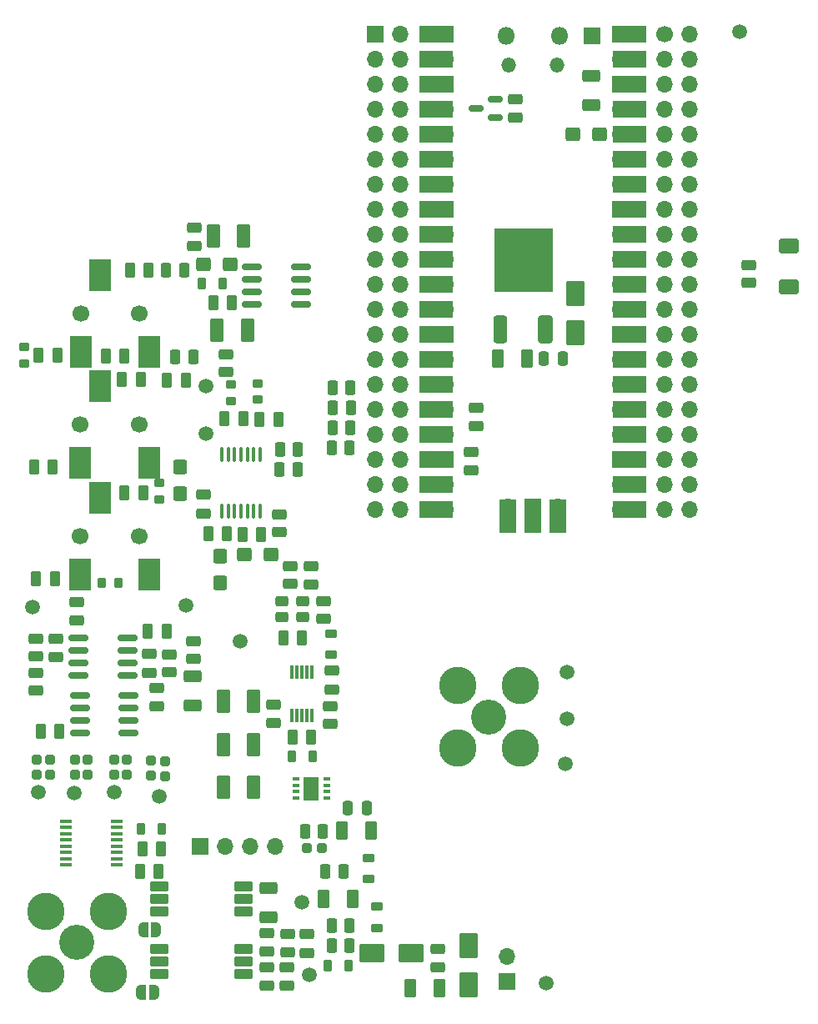
<source format=gbr>
%TF.GenerationSoftware,KiCad,Pcbnew,9.0.7-9.0.7~ubuntu24.04.1*%
%TF.CreationDate,2026-02-02T10:07:16-08:00*%
%TF.ProjectId,Frohne,46726f68-6e65-42e6-9b69-6361645f7063,rev?*%
%TF.SameCoordinates,Original*%
%TF.FileFunction,Soldermask,Top*%
%TF.FilePolarity,Negative*%
%FSLAX46Y46*%
G04 Gerber Fmt 4.6, Leading zero omitted, Abs format (unit mm)*
G04 Created by KiCad (PCBNEW 9.0.7-9.0.7~ubuntu24.04.1) date 2026-02-02 10:07:16*
%MOMM*%
%LPD*%
G01*
G04 APERTURE LIST*
G04 Aperture macros list*
%AMRoundRect*
0 Rectangle with rounded corners*
0 $1 Rounding radius*
0 $2 $3 $4 $5 $6 $7 $8 $9 X,Y pos of 4 corners*
0 Add a 4 corners polygon primitive as box body*
4,1,4,$2,$3,$4,$5,$6,$7,$8,$9,$2,$3,0*
0 Add four circle primitives for the rounded corners*
1,1,$1+$1,$2,$3*
1,1,$1+$1,$4,$5*
1,1,$1+$1,$6,$7*
1,1,$1+$1,$8,$9*
0 Add four rect primitives between the rounded corners*
20,1,$1+$1,$2,$3,$4,$5,0*
20,1,$1+$1,$4,$5,$6,$7,0*
20,1,$1+$1,$6,$7,$8,$9,0*
20,1,$1+$1,$8,$9,$2,$3,0*%
%AMFreePoly0*
4,1,23,0.500000,-0.750000,0.000000,-0.750000,0.000000,-0.745722,-0.065263,-0.745722,-0.191342,-0.711940,-0.304381,-0.646677,-0.396677,-0.554381,-0.461940,-0.441342,-0.495722,-0.315263,-0.495722,-0.250000,-0.500000,-0.250000,-0.500000,0.250000,-0.495722,0.250000,-0.495722,0.315263,-0.461940,0.441342,-0.396677,0.554381,-0.304381,0.646677,-0.191342,0.711940,-0.065263,0.745722,0.000000,0.745722,
0.000000,0.750000,0.500000,0.750000,0.500000,-0.750000,0.500000,-0.750000,$1*%
%AMFreePoly1*
4,1,23,0.000000,0.745722,0.065263,0.745722,0.191342,0.711940,0.304381,0.646677,0.396677,0.554381,0.461940,0.441342,0.495722,0.315263,0.495722,0.250000,0.500000,0.250000,0.500000,-0.250000,0.495722,-0.250000,0.495722,-0.315263,0.461940,-0.441342,0.396677,-0.554381,0.304381,-0.646677,0.191342,-0.711940,0.065263,-0.745722,0.000000,-0.745722,0.000000,-0.750000,-0.500000,-0.750000,
-0.500000,0.750000,0.000000,0.750000,0.000000,0.745722,0.000000,0.745722,$1*%
G04 Aperture macros list end*
%ADD10RoundRect,0.267317X0.470683X-0.280683X0.470683X0.280683X-0.470683X0.280683X-0.470683X-0.280683X0*%
%ADD11RoundRect,0.267317X0.280683X0.470683X-0.280683X0.470683X-0.280683X-0.470683X0.280683X-0.470683X0*%
%ADD12RoundRect,0.269000X0.269000X0.494000X-0.269000X0.494000X-0.269000X-0.494000X0.269000X-0.494000X0*%
%ADD13FreePoly0,0.000000*%
%ADD14FreePoly1,0.000000*%
%ADD15RoundRect,0.287778X0.714222X-0.489222X0.714222X0.489222X-0.714222X0.489222X-0.714222X-0.489222X0*%
%ADD16RoundRect,0.250000X0.425000X-1.150000X0.425000X1.150000X-0.425000X1.150000X-0.425000X-1.150000X0*%
%ADD17RoundRect,0.250000X0.500000X-1.150000X0.500000X1.150000X-0.500000X1.150000X-0.500000X-1.150000X0*%
%ADD18C,0.500000*%
%ADD19RoundRect,0.250000X2.750000X-3.000000X2.750000X3.000000X-2.750000X3.000000X-2.750000X-3.000000X0*%
%ADD20RoundRect,0.267317X-0.280683X-0.470683X0.280683X-0.470683X0.280683X0.470683X-0.280683X0.470683X0*%
%ADD21RoundRect,0.244000X0.269000X-0.244000X0.269000X0.244000X-0.269000X0.244000X-0.269000X-0.244000X0*%
%ADD22C,1.500000*%
%ADD23RoundRect,0.269000X-0.269000X-0.494000X0.269000X-0.494000X0.269000X0.494000X-0.269000X0.494000X0*%
%ADD24C,3.556000*%
%ADD25C,3.810000*%
%ADD26RoundRect,0.267317X-0.470683X0.280683X-0.470683X-0.280683X0.470683X-0.280683X0.470683X0.280683X0*%
%ADD27RoundRect,0.266521X0.346479X0.671479X-0.346479X0.671479X-0.346479X-0.671479X0.346479X-0.671479X0*%
%ADD28R,1.700000X1.700000*%
%ADD29O,1.700000X1.700000*%
%ADD30RoundRect,0.269000X0.494000X-0.269000X0.494000X0.269000X-0.494000X0.269000X-0.494000X-0.269000X0*%
%ADD31RoundRect,0.219000X0.294000X-0.219000X0.294000X0.219000X-0.294000X0.219000X-0.294000X-0.219000X0*%
%ADD32RoundRect,0.266521X0.671479X-0.346479X0.671479X0.346479X-0.671479X0.346479X-0.671479X-0.346479X0*%
%ADD33RoundRect,0.260556X-1.027444X-0.677444X1.027444X-0.677444X1.027444X0.677444X-1.027444X0.677444X0*%
%ADD34R,1.200000X0.400000*%
%ADD35RoundRect,0.219000X-0.219000X-0.294000X0.219000X-0.294000X0.219000X0.294000X-0.219000X0.294000X0*%
%ADD36RoundRect,0.250000X0.250000X0.475000X-0.250000X0.475000X-0.250000X-0.475000X0.250000X-0.475000X0*%
%ADD37C,1.700000*%
%ADD38RoundRect,0.269000X-0.494000X0.269000X-0.494000X-0.269000X0.494000X-0.269000X0.494000X0.269000X0*%
%ADD39RoundRect,0.260556X-0.677444X1.027444X-0.677444X-1.027444X0.677444X-1.027444X0.677444X1.027444X0*%
%ADD40RoundRect,0.244000X-0.244000X-0.269000X0.244000X-0.269000X0.244000X0.269000X-0.244000X0.269000X0*%
%ADD41RoundRect,0.263396X-0.434604X-0.949604X0.434604X-0.949604X0.434604X0.949604X-0.434604X0.949604X0*%
%ADD42RoundRect,0.264074X0.473926X0.448926X-0.473926X0.448926X-0.473926X-0.448926X0.473926X-0.448926X0*%
%ADD43RoundRect,0.266521X-0.346479X-0.671479X0.346479X-0.671479X0.346479X0.671479X-0.346479X0.671479X0*%
%ADD44RoundRect,0.150000X0.590000X0.150000X-0.590000X0.150000X-0.590000X-0.150000X0.590000X-0.150000X0*%
%ADD45RoundRect,0.263396X0.434604X0.949604X-0.434604X0.949604X-0.434604X-0.949604X0.434604X-0.949604X0*%
%ADD46R,0.300000X1.400000*%
%ADD47RoundRect,0.150000X0.825000X0.150000X-0.825000X0.150000X-0.825000X-0.150000X0.825000X-0.150000X0*%
%ADD48RoundRect,0.220000X0.220000X0.380000X-0.220000X0.380000X-0.220000X-0.380000X0.220000X-0.380000X0*%
%ADD49R,2.200000X3.200000*%
%ADD50RoundRect,0.266521X-0.671479X0.346479X-0.671479X-0.346479X0.671479X-0.346479X0.671479X0.346479X0*%
%ADD51O,1.800000X1.800000*%
%ADD52O,1.500000X1.500000*%
%ADD53R,3.500000X1.700000*%
%ADD54R,1.700000X3.500000*%
%ADD55RoundRect,0.219000X-0.294000X0.219000X-0.294000X-0.219000X0.294000X-0.219000X0.294000X0.219000X0*%
%ADD56RoundRect,0.264074X-0.448926X0.473926X-0.448926X-0.473926X0.448926X-0.473926X0.448926X0.473926X0*%
%ADD57RoundRect,0.100000X0.100000X-0.637500X0.100000X0.637500X-0.100000X0.637500X-0.100000X-0.637500X0*%
%ADD58RoundRect,0.220000X0.380000X-0.220000X0.380000X0.220000X-0.380000X0.220000X-0.380000X-0.220000X0*%
%ADD59RoundRect,0.264074X0.448926X-0.473926X0.448926X0.473926X-0.448926X0.473926X-0.448926X-0.473926X0*%
%ADD60R,0.650000X0.350000*%
%ADD61R,1.550000X2.400000*%
%ADD62RoundRect,0.220000X-0.380000X0.220000X-0.380000X-0.220000X0.380000X-0.220000X0.380000X0.220000X0*%
%ADD63RoundRect,0.102000X-0.835000X-0.380000X0.835000X-0.380000X0.835000X0.380000X-0.835000X0.380000X0*%
%ADD64RoundRect,0.260556X0.677444X-1.027444X0.677444X1.027444X-0.677444X1.027444X-0.677444X-1.027444X0*%
%ADD65RoundRect,0.250000X-0.400000X-0.300000X0.400000X-0.300000X0.400000X0.300000X-0.400000X0.300000X0*%
%ADD66RoundRect,0.264074X-0.473926X-0.448926X0.473926X-0.448926X0.473926X0.448926X-0.473926X0.448926X0*%
%ADD67RoundRect,0.150000X-0.825000X-0.150000X0.825000X-0.150000X0.825000X0.150000X-0.825000X0.150000X0*%
%ADD68RoundRect,0.220000X-0.220000X-0.380000X0.220000X-0.380000X0.220000X0.380000X-0.220000X0.380000X0*%
G04 APERTURE END LIST*
D10*
%TO.C,R1*%
X128370000Y-125790000D03*
X128370000Y-123970000D03*
%TD*%
D11*
%TO.C,R33*%
X118820000Y-65330000D03*
X117000000Y-65330000D03*
%TD*%
D10*
%TO.C,R9*%
X102800000Y-99260000D03*
X102800000Y-97440000D03*
%TD*%
%TO.C,R28*%
X151490000Y-41050000D03*
X151490000Y-39230000D03*
%TD*%
D12*
%TO.C,C29*%
X113710000Y-79130000D03*
X111810000Y-79130000D03*
%TD*%
D13*
%TO.C,JP1*%
X113520000Y-129860000D03*
D14*
X114820000Y-129860000D03*
%TD*%
D15*
%TO.C,S1*%
X179270000Y-58200000D03*
X179270000Y-54050000D03*
%TD*%
D16*
%TO.C,U6*%
X150020000Y-62530000D03*
D17*
X154600000Y-62530000D03*
D18*
X150310000Y-58050000D03*
X152310000Y-58050000D03*
X154310000Y-58050000D03*
X150310000Y-56050000D03*
X152310000Y-56050000D03*
X154310000Y-56050000D03*
D19*
X152330000Y-55570000D03*
D18*
X150310000Y-54050000D03*
X152310000Y-54050000D03*
X154310000Y-54050000D03*
%TD*%
D20*
%TO.C,R7*%
X132860000Y-123070000D03*
X134680000Y-123070000D03*
%TD*%
D21*
%TO.C,C22*%
X112030000Y-107795000D03*
X112030000Y-106235000D03*
%TD*%
D22*
%TO.C,TP1*%
X120060000Y-68290000D03*
%TD*%
D23*
%TO.C,C52*%
X102870000Y-87880000D03*
X104770000Y-87880000D03*
%TD*%
D24*
%TO.C,J11*%
X107005000Y-124815000D03*
D25*
X103830000Y-121640000D03*
X103830000Y-127990000D03*
X110180000Y-121640000D03*
X110180000Y-127990000D03*
%TD*%
D10*
%TO.C,R37*%
X132710000Y-102620000D03*
X132710000Y-100800000D03*
%TD*%
D22*
%TO.C,TP10*%
X123600000Y-94220000D03*
%TD*%
D26*
%TO.C,R16*%
X127560000Y-81350000D03*
X127560000Y-83170000D03*
%TD*%
D27*
%TO.C,C42*%
X143830000Y-129420000D03*
X140870000Y-129420000D03*
%TD*%
D22*
%TO.C,TP14*%
X103100000Y-109560000D03*
%TD*%
D28*
%TO.C,Je3*%
X119480000Y-115080000D03*
D29*
X122020000Y-115080000D03*
X124560000Y-115080000D03*
X127100000Y-115080000D03*
%TD*%
D30*
%TO.C,C15*%
X132860000Y-99100000D03*
X132860000Y-97200000D03*
%TD*%
D12*
%TO.C,C38*%
X130800000Y-103940000D03*
X128900000Y-103940000D03*
%TD*%
D21*
%TO.C,C16*%
X104250000Y-107805000D03*
X104250000Y-106245000D03*
%TD*%
%TO.C,C26*%
X110770000Y-107795000D03*
X110770000Y-106235000D03*
%TD*%
D28*
%TO.C,J5*%
X150650000Y-128750000D03*
D29*
X150650000Y-126210000D03*
%TD*%
D13*
%TO.C,JP86*%
X113730000Y-123480000D03*
D14*
X115030000Y-123480000D03*
%TD*%
D31*
%TO.C,R19*%
X101680000Y-66000000D03*
X101680000Y-64360000D03*
%TD*%
D10*
%TO.C,R12*%
X116340000Y-97360000D03*
X116340000Y-95540000D03*
%TD*%
D30*
%TO.C,C20*%
X126320000Y-129200000D03*
X126320000Y-127300000D03*
%TD*%
D22*
%TO.C,TP25*%
X174310000Y-32350000D03*
%TD*%
D31*
%TO.C,R14*%
X115340000Y-79790000D03*
X115340000Y-78150000D03*
%TD*%
D32*
%TO.C,C34*%
X126480000Y-122240000D03*
X126480000Y-119280000D03*
%TD*%
D22*
%TO.C,TP12*%
X154660000Y-128960000D03*
%TD*%
D33*
%TO.C,D1*%
X136960000Y-125890000D03*
X140960000Y-125890000D03*
%TD*%
D34*
%TO.C,U7*%
X105870000Y-112510000D03*
X105870000Y-113145000D03*
X105870000Y-113780000D03*
X105870000Y-114415000D03*
X105870000Y-115050000D03*
X105870000Y-115685000D03*
X105870000Y-116320000D03*
X105870000Y-116955000D03*
X111070000Y-116955000D03*
X111070000Y-116320000D03*
X111070000Y-115685000D03*
X111070000Y-115050000D03*
X111070000Y-114415000D03*
X111070000Y-113780000D03*
X111070000Y-113145000D03*
X111070000Y-112510000D03*
%TD*%
D26*
%TO.C,R34*%
X130750000Y-86620000D03*
X130750000Y-88440000D03*
%TD*%
D35*
%TO.C,R30*%
X109550000Y-88260000D03*
X111190000Y-88260000D03*
%TD*%
D27*
%TO.C,C5*%
X136830000Y-113470000D03*
X133870000Y-113470000D03*
%TD*%
D36*
%TO.C,C43*%
X156300000Y-65560000D03*
X154400000Y-65560000D03*
%TD*%
D29*
%TO.C,J3*%
X166680000Y-80840000D03*
X169220000Y-80840000D03*
X166680000Y-78300000D03*
X169220000Y-78300000D03*
X166680000Y-75760000D03*
X169220000Y-75760000D03*
X166680000Y-73220000D03*
X169220000Y-73220000D03*
X166680000Y-70680000D03*
X169220000Y-70680000D03*
X166680000Y-68140000D03*
X169220000Y-68140000D03*
X166680000Y-65600000D03*
X169220000Y-65600000D03*
X166680000Y-63060000D03*
X169220000Y-63060000D03*
X166680000Y-60520000D03*
X169220000Y-60520000D03*
X166680000Y-57980000D03*
X169220000Y-57980000D03*
X166680000Y-55440000D03*
X169220000Y-55440000D03*
X166680000Y-52900000D03*
X169220000Y-52900000D03*
X166680000Y-50360000D03*
X169220000Y-50360000D03*
X166680000Y-47820000D03*
X169220000Y-47820000D03*
X166680000Y-45280000D03*
X169220000Y-45280000D03*
X166680000Y-42740000D03*
X169220000Y-42740000D03*
X166680000Y-40200000D03*
X169220000Y-40200000D03*
X166680000Y-37660000D03*
X169220000Y-37660000D03*
X166680000Y-35120000D03*
X169220000Y-35120000D03*
D37*
X166680000Y-32580000D03*
D29*
X169220000Y-32580000D03*
%TD*%
D10*
%TO.C,R10*%
X126320000Y-125700000D03*
X126320000Y-123880000D03*
%TD*%
D23*
%TO.C,C1*%
X113400000Y-117610000D03*
X115300000Y-117610000D03*
%TD*%
D38*
%TO.C,C11*%
X119840000Y-79360000D03*
X119840000Y-81260000D03*
%TD*%
D39*
%TO.C,D3*%
X157590000Y-58910000D03*
X157590000Y-62910000D03*
%TD*%
D21*
%TO.C,C19*%
X106790000Y-107805000D03*
X106790000Y-106245000D03*
%TD*%
D11*
%TO.C,R22*%
X117860000Y-56550000D03*
X116040000Y-56550000D03*
%TD*%
D22*
%TO.C,TP18*%
X102460000Y-90740000D03*
%TD*%
D10*
%TO.C,R21*%
X143670000Y-127290000D03*
X143670000Y-125470000D03*
%TD*%
D40*
%TO.C,C40*%
X130350000Y-115260000D03*
X131910000Y-115260000D03*
%TD*%
D30*
%TO.C,C18*%
X114360000Y-97400000D03*
X114360000Y-95500000D03*
%TD*%
D23*
%TO.C,C51*%
X102660000Y-76490000D03*
X104560000Y-76490000D03*
%TD*%
D12*
%TO.C,C4*%
X113490000Y-67670000D03*
X111590000Y-67670000D03*
%TD*%
D41*
%TO.C,C37*%
X121860000Y-109050000D03*
X124940000Y-109050000D03*
%TD*%
D21*
%TO.C,C27*%
X114520000Y-107865000D03*
X114520000Y-106305000D03*
%TD*%
D42*
%TO.C,C45*%
X122580000Y-55980000D03*
X119880000Y-55980000D03*
%TD*%
D43*
%TO.C,C35*%
X132050000Y-120400000D03*
X135010000Y-120400000D03*
%TD*%
D26*
%TO.C,R31*%
X122170000Y-65070000D03*
X122170000Y-66890000D03*
%TD*%
D20*
%TO.C,R24*%
X132960000Y-68520000D03*
X134780000Y-68520000D03*
%TD*%
D12*
%TO.C,C23*%
X115560000Y-115280000D03*
X113660000Y-115280000D03*
%TD*%
D44*
%TO.C,Q1*%
X149440000Y-41090000D03*
X149440000Y-39190000D03*
X147560000Y-40140000D03*
%TD*%
D20*
%TO.C,R17*%
X127600000Y-74790000D03*
X129420000Y-74790000D03*
%TD*%
D45*
%TO.C,C46*%
X123940000Y-53040000D03*
X120860000Y-53040000D03*
%TD*%
D20*
%TO.C,R20*%
X132850000Y-125090000D03*
X134670000Y-125090000D03*
%TD*%
%TO.C,R25*%
X132880000Y-74560000D03*
X134700000Y-74560000D03*
%TD*%
D41*
%TO.C,C36*%
X121860000Y-104700000D03*
X124940000Y-104700000D03*
%TD*%
D38*
%TO.C,C21*%
X107010000Y-90220000D03*
X107010000Y-92120000D03*
%TD*%
D46*
%TO.C,U4*%
X130850000Y-97330000D03*
X130350000Y-97330000D03*
X129850000Y-97330000D03*
X129350000Y-97330000D03*
X128850000Y-97330000D03*
X128850000Y-101730000D03*
X129350000Y-101730000D03*
X129850000Y-101730000D03*
X130350000Y-101730000D03*
X130850000Y-101730000D03*
%TD*%
D23*
%TO.C,C7*%
X122000000Y-71620000D03*
X123900000Y-71620000D03*
%TD*%
D47*
%TO.C,U1*%
X129735000Y-60015000D03*
X129735000Y-58745000D03*
X129735000Y-57475000D03*
X129735000Y-56205000D03*
X124785000Y-56205000D03*
X124785000Y-57475000D03*
X124785000Y-58745000D03*
X124785000Y-60015000D03*
%TD*%
D20*
%TO.C,R26*%
X132930000Y-72580000D03*
X134750000Y-72580000D03*
%TD*%
D22*
%TO.C,TP2*%
X120110000Y-73130000D03*
%TD*%
D12*
%TO.C,C53*%
X111800000Y-65240000D03*
X109900000Y-65240000D03*
%TD*%
D48*
%TO.C,FB7*%
X121760000Y-57940000D03*
X119640000Y-57940000D03*
%TD*%
D37*
%TO.C,J9*%
X107370000Y-60950000D03*
X113370000Y-60950000D03*
D49*
X109370000Y-57050000D03*
X107370000Y-64850000D03*
X114370000Y-64850000D03*
%TD*%
D10*
%TO.C,R23*%
X147040000Y-76830000D03*
X147040000Y-75010000D03*
%TD*%
%TO.C,R38*%
X127000000Y-102510000D03*
X127000000Y-100690000D03*
%TD*%
D43*
%TO.C,C41*%
X149760000Y-65560000D03*
X152720000Y-65560000D03*
%TD*%
D50*
%TO.C,C33*%
X118740000Y-97820000D03*
X118740000Y-100780000D03*
%TD*%
D51*
%TO.C,U3*%
X150565000Y-32730000D03*
D52*
X150865000Y-35760000D03*
X155715000Y-35760000D03*
D51*
X156015000Y-32730000D03*
D29*
X144400000Y-32600000D03*
D53*
X143500000Y-32600000D03*
D29*
X144400000Y-35140000D03*
D53*
X143500000Y-35140000D03*
D28*
X144400000Y-37680000D03*
D53*
X143500000Y-37680000D03*
D29*
X144400000Y-40220000D03*
D53*
X143500000Y-40220000D03*
D29*
X144400000Y-42760000D03*
D53*
X143500000Y-42760000D03*
D29*
X144400000Y-45300000D03*
D53*
X143500000Y-45300000D03*
D29*
X144400000Y-47840000D03*
D53*
X143500000Y-47840000D03*
D28*
X144400000Y-50380000D03*
D53*
X143500000Y-50380000D03*
D29*
X144400000Y-52920000D03*
D53*
X143500000Y-52920000D03*
D29*
X144400000Y-55460000D03*
D53*
X143500000Y-55460000D03*
D29*
X144400000Y-58000000D03*
D53*
X143500000Y-58000000D03*
D29*
X144400000Y-60540000D03*
D53*
X143500000Y-60540000D03*
D28*
X144400000Y-63080000D03*
D53*
X143500000Y-63080000D03*
D29*
X144400000Y-65620000D03*
D53*
X143500000Y-65620000D03*
D29*
X144400000Y-68160000D03*
D53*
X143500000Y-68160000D03*
D29*
X144400000Y-70700000D03*
D53*
X143500000Y-70700000D03*
D29*
X144400000Y-73240000D03*
D53*
X143500000Y-73240000D03*
D28*
X144400000Y-75780000D03*
D53*
X143500000Y-75780000D03*
D29*
X144400000Y-78320000D03*
D53*
X143500000Y-78320000D03*
D29*
X144400000Y-80860000D03*
D53*
X143500000Y-80860000D03*
D29*
X162180000Y-80860000D03*
D53*
X163080000Y-80860000D03*
D29*
X162180000Y-78320000D03*
D53*
X163080000Y-78320000D03*
D28*
X162180000Y-75780000D03*
D53*
X163080000Y-75780000D03*
D29*
X162180000Y-73240000D03*
D53*
X163080000Y-73240000D03*
D29*
X162180000Y-70700000D03*
D53*
X163080000Y-70700000D03*
D29*
X162180000Y-68160000D03*
D53*
X163080000Y-68160000D03*
D29*
X162180000Y-65620000D03*
D53*
X163080000Y-65620000D03*
D28*
X162180000Y-63080000D03*
D53*
X163080000Y-63080000D03*
D29*
X162180000Y-60540000D03*
D53*
X163080000Y-60540000D03*
D29*
X162180000Y-58000000D03*
D53*
X163080000Y-58000000D03*
D29*
X162180000Y-55460000D03*
D53*
X163080000Y-55460000D03*
D29*
X162180000Y-52920000D03*
D53*
X163080000Y-52920000D03*
D28*
X162180000Y-50380000D03*
D53*
X163080000Y-50380000D03*
D29*
X162180000Y-47840000D03*
D53*
X163080000Y-47840000D03*
D29*
X162180000Y-45300000D03*
D53*
X163080000Y-45300000D03*
D29*
X162180000Y-42760000D03*
D53*
X163080000Y-42760000D03*
D29*
X162180000Y-40220000D03*
D53*
X163080000Y-40220000D03*
D28*
X162180000Y-37680000D03*
D53*
X163080000Y-37680000D03*
D29*
X162180000Y-35140000D03*
D53*
X163080000Y-35140000D03*
D29*
X162180000Y-32600000D03*
D53*
X163080000Y-32600000D03*
D29*
X150750000Y-80630000D03*
D54*
X150750000Y-81530000D03*
D28*
X153290000Y-80630000D03*
D54*
X153290000Y-81530000D03*
D29*
X155830000Y-80630000D03*
D54*
X155830000Y-81530000D03*
%TD*%
D41*
%TO.C,C17*%
X121860000Y-100350000D03*
X124940000Y-100350000D03*
%TD*%
D10*
%TO.C,R8*%
X115130000Y-100790000D03*
X115130000Y-98970000D03*
%TD*%
D12*
%TO.C,C30*%
X116100000Y-93200000D03*
X114200000Y-93200000D03*
%TD*%
D55*
%TO.C,R2*%
X125380000Y-68070000D03*
X125380000Y-69710000D03*
%TD*%
D56*
%TO.C,C9*%
X121570000Y-85580000D03*
X121570000Y-88280000D03*
%TD*%
D22*
%TO.C,TP16*%
X106690000Y-109625000D03*
%TD*%
%TO.C,TP4*%
X156750000Y-102070000D03*
%TD*%
D57*
%TO.C,U2*%
X121700000Y-80985000D03*
X122350000Y-80985000D03*
X123000000Y-80985000D03*
X123650000Y-80985000D03*
X124300000Y-80985000D03*
X124950000Y-80985000D03*
X125600000Y-80985000D03*
X125600000Y-75260000D03*
X124950000Y-75260000D03*
X124300000Y-75260000D03*
X123650000Y-75260000D03*
X123000000Y-75260000D03*
X122350000Y-75260000D03*
X121700000Y-75260000D03*
%TD*%
D26*
%TO.C,R15*%
X147570000Y-70520000D03*
X147570000Y-72340000D03*
%TD*%
D10*
%TO.C,R35*%
X128680000Y-88390000D03*
X128680000Y-86570000D03*
%TD*%
D22*
%TO.C,TP11*%
X129820000Y-120730000D03*
%TD*%
D12*
%TO.C,C12*%
X122730000Y-59870000D03*
X120830000Y-59870000D03*
%TD*%
D20*
%TO.C,R27*%
X132990000Y-70550000D03*
X134810000Y-70550000D03*
%TD*%
D50*
%TO.C,C2*%
X159220000Y-36860000D03*
X159220000Y-39820000D03*
%TD*%
D23*
%TO.C,C31*%
X103340000Y-103370000D03*
X105240000Y-103370000D03*
%TD*%
D48*
%TO.C,FB5*%
X134620000Y-127180000D03*
X132500000Y-127180000D03*
%TD*%
D22*
%TO.C,TP3*%
X156610000Y-106680000D03*
%TD*%
D20*
%TO.C,R6*%
X132240000Y-117580000D03*
X134060000Y-117580000D03*
%TD*%
D58*
%TO.C,FB4*%
X132800000Y-95610000D03*
X132800000Y-93490000D03*
%TD*%
D59*
%TO.C,C44*%
X117500000Y-79200000D03*
X117500000Y-76500000D03*
%TD*%
D21*
%TO.C,C25*%
X108050000Y-107805000D03*
X108050000Y-106245000D03*
%TD*%
D22*
%TO.C,TP5*%
X156760000Y-97330000D03*
%TD*%
D21*
%TO.C,C14*%
X102950000Y-107805000D03*
X102950000Y-106245000D03*
%TD*%
D11*
%TO.C,R5*%
X131980000Y-113560000D03*
X130160000Y-113560000D03*
%TD*%
D60*
%TO.C,e1*%
X129237500Y-108195000D03*
X129237500Y-108845000D03*
X129237500Y-109495000D03*
X129237500Y-110145000D03*
X132337500Y-110145000D03*
X132337500Y-109495000D03*
X132337500Y-108845000D03*
X132337500Y-108195000D03*
D61*
X130787500Y-109170000D03*
%TD*%
D10*
%TO.C,R29*%
X175210000Y-57825000D03*
X175210000Y-56005000D03*
%TD*%
D12*
%TO.C,C49*%
X114270000Y-56560000D03*
X112370000Y-56560000D03*
%TD*%
D20*
%TO.C,R18*%
X127590000Y-76770000D03*
X129410000Y-76770000D03*
%TD*%
D38*
%TO.C,C32*%
X130380000Y-123950000D03*
X130380000Y-125850000D03*
%TD*%
D28*
%TO.C,J4*%
X144400000Y-32600000D03*
D37*
X144400000Y-35140000D03*
X144400000Y-37680000D03*
X144400000Y-40220000D03*
X144400000Y-42760000D03*
X144400000Y-45300000D03*
X144400000Y-47840000D03*
X144400000Y-50380000D03*
X144400000Y-52920000D03*
X144400000Y-55460000D03*
X144400000Y-58000000D03*
X144400000Y-60540000D03*
X144400000Y-63080000D03*
X144400000Y-65620000D03*
X144400000Y-68160000D03*
X144400000Y-70700000D03*
X144400000Y-73240000D03*
X144400000Y-75780000D03*
X144400000Y-78320000D03*
X144400000Y-80860000D03*
%TD*%
D10*
%TO.C,R36*%
X132020000Y-91950000D03*
X132020000Y-90130000D03*
%TD*%
D23*
%TO.C,C6*%
X125550000Y-71730000D03*
X127450000Y-71730000D03*
%TD*%
D10*
%TO.C,R4*%
X128350000Y-129190000D03*
X128350000Y-127370000D03*
%TD*%
D62*
%TO.C,FB2*%
X137470000Y-121190000D03*
X137470000Y-123310000D03*
%TD*%
D63*
%TO.C,TR1*%
X115368000Y-119145000D03*
X115368000Y-120415000D03*
X115368000Y-121685000D03*
X115368000Y-125495000D03*
X115368000Y-126765000D03*
X115368000Y-128035000D03*
X123898000Y-128035000D03*
X123898000Y-126765000D03*
X123898000Y-125495000D03*
X123898000Y-121685000D03*
X123898000Y-120415000D03*
X123898000Y-119145000D03*
%TD*%
D36*
%TO.C,C55*%
X136430000Y-111180000D03*
X134530000Y-111180000D03*
%TD*%
D10*
%TO.C,R32*%
X118900000Y-54080000D03*
X118900000Y-52260000D03*
%TD*%
D28*
%TO.C,J7*%
X159340000Y-32790000D03*
%TD*%
D45*
%TO.C,C47*%
X124320000Y-62640000D03*
X121240000Y-62640000D03*
%TD*%
D10*
%TO.C,R13*%
X102810000Y-95760000D03*
X102810000Y-93940000D03*
%TD*%
D22*
%TO.C,TP17*%
X118110000Y-90560000D03*
%TD*%
D48*
%TO.C,FB1*%
X130960000Y-105880000D03*
X128840000Y-105880000D03*
%TD*%
D24*
%TO.C,J8*%
X148805000Y-101925000D03*
D25*
X151980000Y-105100000D03*
X151980000Y-98750000D03*
X145630000Y-105100000D03*
X145630000Y-98750000D03*
%TD*%
D23*
%TO.C,C13*%
X120320000Y-83260000D03*
X122220000Y-83260000D03*
%TD*%
D26*
%TO.C,R11*%
X118810000Y-94220000D03*
X118810000Y-96040000D03*
%TD*%
D64*
%TO.C,D2*%
X146770000Y-129120000D03*
X146770000Y-125120000D03*
%TD*%
D65*
%TO.C,X1*%
X127820000Y-91780000D03*
X129920000Y-91780000D03*
X129920000Y-90130000D03*
X127820000Y-90130000D03*
%TD*%
D22*
%TO.C,TP7*%
X115400000Y-109950000D03*
%TD*%
D12*
%TO.C,C3*%
X118050000Y-67730000D03*
X116150000Y-67730000D03*
%TD*%
D21*
%TO.C,C24*%
X115930000Y-107970000D03*
X115930000Y-106410000D03*
%TD*%
D23*
%TO.C,C48*%
X127940000Y-93860000D03*
X129840000Y-93860000D03*
%TD*%
D42*
%TO.C,C39*%
X160080000Y-42780000D03*
X157380000Y-42780000D03*
%TD*%
D22*
%TO.C,TP6*%
X110820000Y-109535000D03*
%TD*%
D37*
%TO.C,J10*%
X162180000Y-80860000D03*
X162180000Y-78320000D03*
X162180000Y-75780000D03*
X162180000Y-73240000D03*
X162180000Y-70700000D03*
X162180000Y-68160000D03*
X162180000Y-65620000D03*
X162180000Y-63080000D03*
X162180000Y-60540000D03*
X162180000Y-58000000D03*
X162180000Y-55460000D03*
X162180000Y-52920000D03*
X162180000Y-50380000D03*
X162180000Y-47840000D03*
X162180000Y-45300000D03*
X162180000Y-42760000D03*
X162180000Y-40220000D03*
X162180000Y-37680000D03*
X162180000Y-35140000D03*
D28*
X162180000Y-32600000D03*
%TD*%
D22*
%TO.C,TP26*%
X130570000Y-128120000D03*
%TD*%
D37*
%TO.C,J1*%
X107340000Y-72240000D03*
X113340000Y-72240000D03*
D49*
X109340000Y-68340000D03*
X107340000Y-76140000D03*
X114340000Y-76140000D03*
%TD*%
D23*
%TO.C,C50*%
X103100000Y-65210000D03*
X105000000Y-65210000D03*
%TD*%
D66*
%TO.C,C8*%
X124000000Y-85440000D03*
X126700000Y-85440000D03*
%TD*%
D58*
%TO.C,FB6*%
X136610000Y-118330000D03*
X136610000Y-116210000D03*
%TD*%
D47*
%TO.C,U5*%
X112230000Y-103540000D03*
X112230000Y-102270000D03*
X112230000Y-101000000D03*
X112230000Y-99730000D03*
X107280000Y-99730000D03*
X107280000Y-101000000D03*
X107280000Y-102270000D03*
X107280000Y-103540000D03*
%TD*%
D12*
%TO.C,C10*%
X125720000Y-83360000D03*
X123820000Y-83360000D03*
%TD*%
D67*
%TO.C,U8*%
X107170000Y-93920000D03*
X107170000Y-95190000D03*
X107170000Y-96460000D03*
X107170000Y-97730000D03*
X112120000Y-97730000D03*
X112120000Y-96460000D03*
X112120000Y-95190000D03*
X112120000Y-93920000D03*
%TD*%
D55*
%TO.C,R3*%
X122610000Y-68160000D03*
X122610000Y-69800000D03*
%TD*%
D28*
%TO.C,J2*%
X137310000Y-32606000D03*
D29*
X139850000Y-32606000D03*
X137310000Y-35146000D03*
X139850000Y-35146000D03*
X137310000Y-37686000D03*
X139850000Y-37686000D03*
X137310000Y-40226000D03*
X139850000Y-40226000D03*
X137310000Y-42766000D03*
X139850000Y-42766000D03*
X137310000Y-45306000D03*
X139850000Y-45306000D03*
X137310000Y-47846000D03*
X139850000Y-47846000D03*
X137310000Y-50386000D03*
X139850000Y-50386000D03*
X137310000Y-52926000D03*
X139850000Y-52926000D03*
X137310000Y-55466000D03*
X139850000Y-55466000D03*
X137310000Y-58006000D03*
X139850000Y-58006000D03*
X137310000Y-60546000D03*
X139850000Y-60546000D03*
X137310000Y-63086000D03*
X139850000Y-63086000D03*
X137310000Y-65626000D03*
X139850000Y-65626000D03*
X137310000Y-68166000D03*
X139850000Y-68166000D03*
X137310000Y-70706000D03*
X139850000Y-70706000D03*
X137310000Y-73246000D03*
X139850000Y-73246000D03*
X137310000Y-75786000D03*
X139850000Y-75786000D03*
X137310000Y-78326000D03*
X139850000Y-78326000D03*
X137310000Y-80866000D03*
X139850000Y-80866000D03*
%TD*%
D30*
%TO.C,C28*%
X104830000Y-95830000D03*
X104830000Y-93930000D03*
%TD*%
D68*
%TO.C,FB3*%
X113490000Y-113290000D03*
X115610000Y-113290000D03*
%TD*%
D37*
%TO.C,J12*%
X107330000Y-83520000D03*
X113330000Y-83520000D03*
D49*
X109330000Y-79620000D03*
X107330000Y-87420000D03*
X114330000Y-87420000D03*
%TD*%
M02*

</source>
